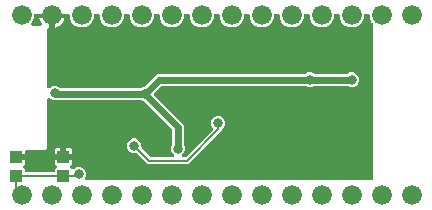
<source format=gbr>
G04 EAGLE Gerber RS-274X export*
G75*
%MOMM*%
%FSLAX34Y34*%
%LPD*%
%INTop Copper*%
%IPPOS*%
%AMOC8*
5,1,8,0,0,1.08239X$1,22.5*%
G01*
%ADD10R,1.000000X1.000000*%
%ADD11C,1.676400*%
%ADD12C,0.203200*%
%ADD13C,0.800100*%
%ADD14C,0.609600*%

G36*
X308728Y25416D02*
X308728Y25416D01*
X308847Y25423D01*
X308885Y25436D01*
X308926Y25441D01*
X309036Y25484D01*
X309149Y25521D01*
X309184Y25543D01*
X309221Y25558D01*
X309317Y25628D01*
X309418Y25691D01*
X309446Y25721D01*
X309479Y25744D01*
X309555Y25836D01*
X309636Y25923D01*
X309656Y25958D01*
X309681Y25989D01*
X309732Y26097D01*
X309790Y26201D01*
X309800Y26241D01*
X309817Y26277D01*
X309839Y26394D01*
X309869Y26509D01*
X309873Y26570D01*
X309877Y26590D01*
X309875Y26610D01*
X309879Y26670D01*
X309879Y157466D01*
X309867Y157565D01*
X309864Y157664D01*
X309847Y157722D01*
X309839Y157782D01*
X309803Y157874D01*
X309775Y157969D01*
X309745Y158021D01*
X309722Y158078D01*
X309664Y158158D01*
X309614Y158243D01*
X309548Y158318D01*
X309536Y158335D01*
X309526Y158343D01*
X309507Y158364D01*
X308671Y159201D01*
X307085Y163028D01*
X307085Y165100D01*
X307070Y165218D01*
X307063Y165337D01*
X307050Y165375D01*
X307045Y165416D01*
X307002Y165526D01*
X306965Y165639D01*
X306943Y165674D01*
X306928Y165711D01*
X306859Y165807D01*
X306795Y165908D01*
X306765Y165936D01*
X306742Y165969D01*
X306650Y166045D01*
X306563Y166126D01*
X306528Y166146D01*
X306497Y166171D01*
X306389Y166222D01*
X306285Y166280D01*
X306245Y166290D01*
X306209Y166307D01*
X306092Y166329D01*
X305977Y166359D01*
X305917Y166363D01*
X305897Y166367D01*
X305876Y166365D01*
X305816Y166369D01*
X303784Y166369D01*
X303666Y166354D01*
X303547Y166347D01*
X303509Y166334D01*
X303468Y166329D01*
X303358Y166286D01*
X303245Y166249D01*
X303210Y166227D01*
X303173Y166212D01*
X303077Y166143D01*
X302976Y166079D01*
X302948Y166049D01*
X302915Y166026D01*
X302839Y165934D01*
X302758Y165847D01*
X302738Y165812D01*
X302713Y165781D01*
X302662Y165673D01*
X302604Y165569D01*
X302594Y165529D01*
X302577Y165493D01*
X302555Y165376D01*
X302525Y165261D01*
X302521Y165201D01*
X302517Y165181D01*
X302519Y165160D01*
X302515Y165100D01*
X302515Y163028D01*
X300929Y159201D01*
X297999Y156271D01*
X294172Y154685D01*
X290028Y154685D01*
X286201Y156271D01*
X283271Y159201D01*
X281685Y163028D01*
X281685Y165100D01*
X281670Y165218D01*
X281663Y165337D01*
X281650Y165375D01*
X281645Y165416D01*
X281602Y165526D01*
X281565Y165639D01*
X281543Y165674D01*
X281528Y165711D01*
X281459Y165807D01*
X281395Y165908D01*
X281365Y165936D01*
X281342Y165969D01*
X281250Y166045D01*
X281163Y166126D01*
X281128Y166146D01*
X281097Y166171D01*
X280989Y166222D01*
X280885Y166280D01*
X280845Y166290D01*
X280809Y166307D01*
X280692Y166329D01*
X280577Y166359D01*
X280517Y166363D01*
X280497Y166367D01*
X280476Y166365D01*
X280416Y166369D01*
X278384Y166369D01*
X278266Y166354D01*
X278147Y166347D01*
X278109Y166334D01*
X278068Y166329D01*
X277958Y166286D01*
X277845Y166249D01*
X277810Y166227D01*
X277773Y166212D01*
X277677Y166143D01*
X277576Y166079D01*
X277548Y166049D01*
X277515Y166026D01*
X277439Y165934D01*
X277358Y165847D01*
X277338Y165812D01*
X277313Y165781D01*
X277262Y165673D01*
X277204Y165569D01*
X277194Y165529D01*
X277177Y165493D01*
X277155Y165376D01*
X277125Y165261D01*
X277121Y165201D01*
X277117Y165181D01*
X277119Y165160D01*
X277115Y165100D01*
X277115Y163028D01*
X275529Y159201D01*
X272599Y156271D01*
X268772Y154685D01*
X264628Y154685D01*
X260801Y156271D01*
X257871Y159201D01*
X256285Y163028D01*
X256285Y165100D01*
X256270Y165218D01*
X256263Y165337D01*
X256250Y165375D01*
X256245Y165416D01*
X256202Y165526D01*
X256165Y165639D01*
X256143Y165674D01*
X256128Y165711D01*
X256059Y165807D01*
X255995Y165908D01*
X255965Y165936D01*
X255942Y165969D01*
X255850Y166045D01*
X255763Y166126D01*
X255728Y166146D01*
X255697Y166171D01*
X255589Y166222D01*
X255485Y166280D01*
X255445Y166290D01*
X255409Y166307D01*
X255292Y166329D01*
X255177Y166359D01*
X255117Y166363D01*
X255097Y166367D01*
X255076Y166365D01*
X255016Y166369D01*
X252984Y166369D01*
X252866Y166354D01*
X252747Y166347D01*
X252709Y166334D01*
X252668Y166329D01*
X252558Y166286D01*
X252445Y166249D01*
X252410Y166227D01*
X252373Y166212D01*
X252277Y166143D01*
X252176Y166079D01*
X252148Y166049D01*
X252115Y166026D01*
X252039Y165934D01*
X251958Y165847D01*
X251938Y165812D01*
X251913Y165781D01*
X251862Y165673D01*
X251804Y165569D01*
X251794Y165529D01*
X251777Y165493D01*
X251755Y165376D01*
X251725Y165261D01*
X251721Y165201D01*
X251717Y165181D01*
X251719Y165160D01*
X251715Y165100D01*
X251715Y163028D01*
X250129Y159201D01*
X247199Y156271D01*
X243372Y154685D01*
X239228Y154685D01*
X235401Y156271D01*
X232471Y159201D01*
X230885Y163028D01*
X230885Y165100D01*
X230870Y165218D01*
X230863Y165337D01*
X230850Y165375D01*
X230845Y165416D01*
X230802Y165526D01*
X230765Y165639D01*
X230743Y165674D01*
X230728Y165711D01*
X230659Y165807D01*
X230595Y165908D01*
X230565Y165936D01*
X230542Y165969D01*
X230450Y166045D01*
X230363Y166126D01*
X230328Y166146D01*
X230297Y166171D01*
X230189Y166222D01*
X230085Y166280D01*
X230045Y166290D01*
X230009Y166307D01*
X229892Y166329D01*
X229777Y166359D01*
X229717Y166363D01*
X229697Y166367D01*
X229676Y166365D01*
X229616Y166369D01*
X227584Y166369D01*
X227466Y166354D01*
X227347Y166347D01*
X227309Y166334D01*
X227268Y166329D01*
X227158Y166286D01*
X227045Y166249D01*
X227010Y166227D01*
X226973Y166212D01*
X226877Y166143D01*
X226776Y166079D01*
X226748Y166049D01*
X226715Y166026D01*
X226639Y165934D01*
X226558Y165847D01*
X226538Y165812D01*
X226513Y165781D01*
X226462Y165673D01*
X226404Y165569D01*
X226394Y165529D01*
X226377Y165493D01*
X226355Y165376D01*
X226325Y165261D01*
X226321Y165201D01*
X226317Y165181D01*
X226319Y165160D01*
X226315Y165100D01*
X226315Y163028D01*
X224729Y159201D01*
X221799Y156271D01*
X217972Y154685D01*
X213828Y154685D01*
X210001Y156271D01*
X207071Y159201D01*
X205485Y163028D01*
X205485Y165100D01*
X205470Y165218D01*
X205463Y165337D01*
X205450Y165375D01*
X205445Y165416D01*
X205402Y165526D01*
X205365Y165639D01*
X205343Y165674D01*
X205328Y165711D01*
X205259Y165807D01*
X205195Y165908D01*
X205165Y165936D01*
X205142Y165969D01*
X205050Y166045D01*
X204963Y166126D01*
X204928Y166146D01*
X204897Y166171D01*
X204789Y166222D01*
X204685Y166280D01*
X204645Y166290D01*
X204609Y166307D01*
X204492Y166329D01*
X204377Y166359D01*
X204317Y166363D01*
X204297Y166367D01*
X204276Y166365D01*
X204216Y166369D01*
X202184Y166369D01*
X202066Y166354D01*
X201947Y166347D01*
X201909Y166334D01*
X201868Y166329D01*
X201758Y166286D01*
X201645Y166249D01*
X201610Y166227D01*
X201573Y166212D01*
X201477Y166143D01*
X201376Y166079D01*
X201348Y166049D01*
X201315Y166026D01*
X201239Y165934D01*
X201158Y165847D01*
X201138Y165812D01*
X201113Y165781D01*
X201062Y165673D01*
X201004Y165569D01*
X200994Y165529D01*
X200977Y165493D01*
X200955Y165376D01*
X200925Y165261D01*
X200921Y165201D01*
X200917Y165181D01*
X200919Y165160D01*
X200915Y165100D01*
X200915Y163028D01*
X199329Y159201D01*
X196399Y156271D01*
X192572Y154685D01*
X188428Y154685D01*
X184601Y156271D01*
X181671Y159201D01*
X180085Y163028D01*
X180085Y165100D01*
X180070Y165218D01*
X180063Y165337D01*
X180050Y165375D01*
X180045Y165416D01*
X180002Y165526D01*
X179965Y165639D01*
X179943Y165674D01*
X179928Y165711D01*
X179859Y165807D01*
X179795Y165908D01*
X179765Y165936D01*
X179742Y165969D01*
X179650Y166045D01*
X179563Y166126D01*
X179528Y166146D01*
X179497Y166171D01*
X179389Y166222D01*
X179285Y166280D01*
X179245Y166290D01*
X179209Y166307D01*
X179092Y166329D01*
X178977Y166359D01*
X178917Y166363D01*
X178897Y166367D01*
X178876Y166365D01*
X178816Y166369D01*
X176784Y166369D01*
X176666Y166354D01*
X176547Y166347D01*
X176509Y166334D01*
X176468Y166329D01*
X176358Y166286D01*
X176245Y166249D01*
X176210Y166227D01*
X176173Y166212D01*
X176077Y166143D01*
X175976Y166079D01*
X175948Y166049D01*
X175915Y166026D01*
X175839Y165934D01*
X175758Y165847D01*
X175738Y165812D01*
X175713Y165781D01*
X175662Y165673D01*
X175604Y165569D01*
X175594Y165529D01*
X175577Y165493D01*
X175555Y165376D01*
X175525Y165261D01*
X175521Y165201D01*
X175517Y165181D01*
X175519Y165160D01*
X175515Y165100D01*
X175515Y163028D01*
X173929Y159201D01*
X170999Y156271D01*
X167172Y154685D01*
X163028Y154685D01*
X159201Y156271D01*
X156271Y159201D01*
X154685Y163028D01*
X154685Y165100D01*
X154670Y165218D01*
X154663Y165337D01*
X154650Y165375D01*
X154645Y165416D01*
X154602Y165526D01*
X154565Y165639D01*
X154543Y165674D01*
X154528Y165711D01*
X154459Y165807D01*
X154395Y165908D01*
X154365Y165936D01*
X154342Y165969D01*
X154250Y166045D01*
X154163Y166126D01*
X154128Y166146D01*
X154097Y166171D01*
X153989Y166222D01*
X153885Y166280D01*
X153845Y166290D01*
X153809Y166307D01*
X153692Y166329D01*
X153577Y166359D01*
X153517Y166363D01*
X153497Y166367D01*
X153476Y166365D01*
X153416Y166369D01*
X151384Y166369D01*
X151266Y166354D01*
X151147Y166347D01*
X151109Y166334D01*
X151068Y166329D01*
X150958Y166286D01*
X150845Y166249D01*
X150810Y166227D01*
X150773Y166212D01*
X150677Y166143D01*
X150576Y166079D01*
X150548Y166049D01*
X150515Y166026D01*
X150439Y165934D01*
X150358Y165847D01*
X150338Y165812D01*
X150313Y165781D01*
X150262Y165673D01*
X150204Y165569D01*
X150194Y165529D01*
X150177Y165493D01*
X150155Y165376D01*
X150125Y165261D01*
X150121Y165201D01*
X150117Y165181D01*
X150119Y165160D01*
X150115Y165100D01*
X150115Y163028D01*
X148529Y159201D01*
X145599Y156271D01*
X141772Y154685D01*
X137628Y154685D01*
X133801Y156271D01*
X130871Y159201D01*
X129285Y163028D01*
X129285Y165100D01*
X129270Y165218D01*
X129263Y165337D01*
X129250Y165375D01*
X129245Y165416D01*
X129202Y165526D01*
X129165Y165639D01*
X129143Y165674D01*
X129128Y165711D01*
X129059Y165807D01*
X128995Y165908D01*
X128965Y165936D01*
X128942Y165969D01*
X128850Y166045D01*
X128763Y166126D01*
X128728Y166146D01*
X128697Y166171D01*
X128589Y166222D01*
X128485Y166280D01*
X128445Y166290D01*
X128409Y166307D01*
X128292Y166329D01*
X128177Y166359D01*
X128117Y166363D01*
X128097Y166367D01*
X128076Y166365D01*
X128016Y166369D01*
X125984Y166369D01*
X125866Y166354D01*
X125747Y166347D01*
X125709Y166334D01*
X125668Y166329D01*
X125558Y166286D01*
X125445Y166249D01*
X125410Y166227D01*
X125373Y166212D01*
X125277Y166143D01*
X125176Y166079D01*
X125148Y166049D01*
X125115Y166026D01*
X125039Y165934D01*
X124958Y165847D01*
X124938Y165812D01*
X124913Y165781D01*
X124862Y165673D01*
X124804Y165569D01*
X124794Y165529D01*
X124777Y165493D01*
X124755Y165376D01*
X124725Y165261D01*
X124721Y165201D01*
X124717Y165181D01*
X124719Y165160D01*
X124715Y165100D01*
X124715Y163028D01*
X123129Y159201D01*
X120199Y156271D01*
X116372Y154685D01*
X112228Y154685D01*
X108401Y156271D01*
X105471Y159201D01*
X103885Y163028D01*
X103885Y165100D01*
X103870Y165218D01*
X103863Y165337D01*
X103850Y165375D01*
X103845Y165416D01*
X103802Y165526D01*
X103765Y165639D01*
X103743Y165674D01*
X103728Y165711D01*
X103659Y165807D01*
X103595Y165908D01*
X103565Y165936D01*
X103542Y165969D01*
X103450Y166045D01*
X103363Y166126D01*
X103328Y166146D01*
X103297Y166171D01*
X103189Y166222D01*
X103085Y166280D01*
X103045Y166290D01*
X103009Y166307D01*
X102892Y166329D01*
X102777Y166359D01*
X102717Y166363D01*
X102697Y166367D01*
X102676Y166365D01*
X102616Y166369D01*
X100584Y166369D01*
X100466Y166354D01*
X100347Y166347D01*
X100309Y166334D01*
X100268Y166329D01*
X100158Y166286D01*
X100045Y166249D01*
X100010Y166227D01*
X99973Y166212D01*
X99877Y166143D01*
X99776Y166079D01*
X99748Y166049D01*
X99715Y166026D01*
X99639Y165934D01*
X99558Y165847D01*
X99538Y165812D01*
X99513Y165781D01*
X99462Y165673D01*
X99404Y165569D01*
X99394Y165529D01*
X99377Y165493D01*
X99355Y165376D01*
X99325Y165261D01*
X99321Y165201D01*
X99317Y165181D01*
X99319Y165160D01*
X99315Y165100D01*
X99315Y163028D01*
X97729Y159201D01*
X94799Y156271D01*
X90972Y154685D01*
X86828Y154685D01*
X83001Y156271D01*
X80071Y159201D01*
X78485Y163028D01*
X78485Y165100D01*
X78470Y165218D01*
X78463Y165337D01*
X78450Y165375D01*
X78445Y165416D01*
X78402Y165526D01*
X78365Y165639D01*
X78343Y165674D01*
X78328Y165711D01*
X78259Y165807D01*
X78195Y165908D01*
X78165Y165936D01*
X78142Y165969D01*
X78050Y166045D01*
X77963Y166126D01*
X77928Y166146D01*
X77897Y166171D01*
X77789Y166222D01*
X77685Y166280D01*
X77645Y166290D01*
X77609Y166307D01*
X77492Y166329D01*
X77377Y166359D01*
X77317Y166363D01*
X77297Y166367D01*
X77276Y166365D01*
X77216Y166369D01*
X75184Y166369D01*
X75066Y166354D01*
X74947Y166347D01*
X74909Y166334D01*
X74868Y166329D01*
X74758Y166286D01*
X74645Y166249D01*
X74610Y166227D01*
X74573Y166212D01*
X74477Y166143D01*
X74376Y166079D01*
X74348Y166049D01*
X74315Y166026D01*
X74239Y165934D01*
X74158Y165847D01*
X74138Y165812D01*
X74113Y165781D01*
X74062Y165673D01*
X74004Y165569D01*
X73994Y165529D01*
X73977Y165493D01*
X73955Y165376D01*
X73925Y165261D01*
X73921Y165201D01*
X73917Y165181D01*
X73919Y165160D01*
X73915Y165100D01*
X73915Y163028D01*
X72329Y159201D01*
X69399Y156271D01*
X65572Y154685D01*
X61428Y154685D01*
X57601Y156271D01*
X54671Y159201D01*
X53085Y163028D01*
X53085Y165100D01*
X53070Y165218D01*
X53063Y165337D01*
X53050Y165375D01*
X53045Y165416D01*
X53002Y165526D01*
X52965Y165639D01*
X52943Y165674D01*
X52928Y165711D01*
X52859Y165807D01*
X52795Y165908D01*
X52765Y165936D01*
X52742Y165969D01*
X52650Y166045D01*
X52563Y166126D01*
X52528Y166146D01*
X52497Y166171D01*
X52389Y166222D01*
X52285Y166280D01*
X52245Y166290D01*
X52209Y166307D01*
X52092Y166329D01*
X51977Y166359D01*
X51917Y166363D01*
X51897Y166367D01*
X51876Y166365D01*
X51816Y166369D01*
X39330Y166369D01*
X39212Y166354D01*
X39093Y166347D01*
X39055Y166334D01*
X39015Y166329D01*
X38904Y166286D01*
X38791Y166249D01*
X38757Y166227D01*
X38719Y166212D01*
X38623Y166143D01*
X38522Y166079D01*
X38494Y166049D01*
X38462Y166026D01*
X38386Y165934D01*
X38304Y165847D01*
X38285Y165812D01*
X38259Y165781D01*
X38208Y165673D01*
X38151Y165569D01*
X38141Y165529D01*
X38123Y165493D01*
X38103Y165386D01*
X38099Y165416D01*
X38055Y165526D01*
X38019Y165639D01*
X37997Y165674D01*
X37982Y165711D01*
X37912Y165807D01*
X37849Y165908D01*
X37819Y165936D01*
X37795Y165969D01*
X37704Y166045D01*
X37617Y166126D01*
X37582Y166146D01*
X37550Y166171D01*
X37443Y166222D01*
X37338Y166280D01*
X37299Y166290D01*
X37263Y166307D01*
X37146Y166329D01*
X37030Y166359D01*
X36970Y166363D01*
X36950Y166367D01*
X36930Y166365D01*
X36870Y166369D01*
X24384Y166369D01*
X24266Y166354D01*
X24147Y166347D01*
X24109Y166334D01*
X24068Y166329D01*
X23958Y166286D01*
X23845Y166249D01*
X23810Y166227D01*
X23773Y166212D01*
X23677Y166143D01*
X23576Y166079D01*
X23548Y166049D01*
X23515Y166026D01*
X23439Y165934D01*
X23358Y165847D01*
X23338Y165812D01*
X23313Y165781D01*
X23262Y165673D01*
X23204Y165569D01*
X23194Y165529D01*
X23177Y165493D01*
X23155Y165376D01*
X23125Y165261D01*
X23121Y165201D01*
X23117Y165181D01*
X23119Y165160D01*
X23115Y165100D01*
X23115Y163028D01*
X21529Y159201D01*
X20706Y158377D01*
X20621Y158268D01*
X20532Y158161D01*
X20524Y158142D01*
X20511Y158126D01*
X20456Y157999D01*
X20397Y157873D01*
X20393Y157853D01*
X20385Y157834D01*
X20363Y157696D01*
X20337Y157560D01*
X20338Y157540D01*
X20335Y157520D01*
X20348Y157381D01*
X20357Y157243D01*
X20363Y157224D01*
X20365Y157204D01*
X20412Y157072D01*
X20455Y156941D01*
X20466Y156923D01*
X20472Y156904D01*
X20550Y156789D01*
X20625Y156672D01*
X20640Y156658D01*
X20651Y156641D01*
X20755Y156549D01*
X20856Y156454D01*
X20874Y156444D01*
X20889Y156431D01*
X21013Y156368D01*
X21135Y156300D01*
X21155Y156295D01*
X21173Y156286D01*
X21308Y156256D01*
X21443Y156221D01*
X21471Y156219D01*
X21483Y156216D01*
X21503Y156217D01*
X21604Y156211D01*
X28566Y156211D01*
X28606Y156216D01*
X28645Y156213D01*
X28763Y156236D01*
X28882Y156251D01*
X28919Y156265D01*
X28958Y156273D01*
X29066Y156324D01*
X29177Y156368D01*
X29210Y156391D01*
X29246Y156408D01*
X29338Y156484D01*
X29435Y156554D01*
X29460Y156585D01*
X29491Y156610D01*
X29561Y156707D01*
X29638Y156799D01*
X29654Y156835D01*
X29678Y156868D01*
X29722Y156979D01*
X29773Y157087D01*
X29781Y157126D01*
X29795Y157163D01*
X29810Y157282D01*
X29833Y157399D01*
X29830Y157439D01*
X29835Y157479D01*
X29821Y157598D01*
X29813Y157717D01*
X29801Y157755D01*
X29796Y157794D01*
X29752Y157906D01*
X29715Y158019D01*
X29694Y158053D01*
X29679Y158090D01*
X29593Y158226D01*
X28758Y159375D01*
X27977Y160907D01*
X27446Y162542D01*
X27437Y162601D01*
X35601Y162601D01*
X35601Y154423D01*
X35541Y154419D01*
X35441Y154422D01*
X35383Y154409D01*
X35323Y154405D01*
X35228Y154374D01*
X35130Y154353D01*
X35077Y154326D01*
X35021Y154307D01*
X34936Y154254D01*
X34847Y154208D01*
X34802Y154169D01*
X34752Y154137D01*
X34683Y154064D01*
X34608Y153998D01*
X34575Y153949D01*
X34534Y153905D01*
X34486Y153818D01*
X34429Y153735D01*
X34409Y153679D01*
X34380Y153627D01*
X34355Y153530D01*
X34321Y153436D01*
X34316Y153377D01*
X34301Y153319D01*
X34291Y153158D01*
X34291Y104307D01*
X34308Y104169D01*
X34321Y104031D01*
X34328Y104012D01*
X34331Y103992D01*
X34382Y103863D01*
X34429Y103732D01*
X34440Y103715D01*
X34448Y103696D01*
X34529Y103584D01*
X34607Y103468D01*
X34623Y103455D01*
X34634Y103439D01*
X34742Y103350D01*
X34846Y103258D01*
X34864Y103249D01*
X34879Y103236D01*
X35005Y103177D01*
X35129Y103113D01*
X35149Y103109D01*
X35167Y103100D01*
X35304Y103074D01*
X35439Y103044D01*
X35460Y103044D01*
X35479Y103041D01*
X35618Y103049D01*
X35757Y103053D01*
X35777Y103059D01*
X35797Y103060D01*
X35929Y103103D01*
X36063Y103142D01*
X36080Y103152D01*
X36099Y103158D01*
X36217Y103233D01*
X36337Y103303D01*
X36358Y103322D01*
X36368Y103328D01*
X36382Y103343D01*
X36457Y103410D01*
X37222Y104175D01*
X39440Y105093D01*
X41840Y105093D01*
X44058Y104175D01*
X44752Y103480D01*
X44830Y103420D01*
X44902Y103352D01*
X44955Y103322D01*
X45003Y103285D01*
X45094Y103246D01*
X45181Y103198D01*
X45239Y103183D01*
X45295Y103159D01*
X45393Y103143D01*
X45489Y103119D01*
X45589Y103112D01*
X45609Y103109D01*
X45622Y103110D01*
X45650Y103108D01*
X112592Y103108D01*
X112691Y103121D01*
X112790Y103124D01*
X112848Y103141D01*
X112908Y103148D01*
X113000Y103185D01*
X113095Y103212D01*
X113147Y103243D01*
X113204Y103265D01*
X113284Y103323D01*
X113369Y103374D01*
X113405Y103406D01*
X115544Y104292D01*
X115552Y104296D01*
X115561Y104299D01*
X115691Y104375D01*
X115820Y104449D01*
X115827Y104456D01*
X115835Y104460D01*
X115956Y104567D01*
X126187Y114797D01*
X128054Y115571D01*
X252788Y115571D01*
X252797Y115572D01*
X252806Y115571D01*
X252955Y115592D01*
X253103Y115611D01*
X253112Y115614D01*
X253121Y115615D01*
X253274Y115667D01*
X255340Y116523D01*
X257740Y116523D01*
X259806Y115667D01*
X259815Y115665D01*
X259823Y115660D01*
X259969Y115623D01*
X260113Y115583D01*
X260122Y115583D01*
X260131Y115581D01*
X260292Y115571D01*
X288348Y115571D01*
X288357Y115572D01*
X288366Y115571D01*
X288515Y115592D01*
X288663Y115611D01*
X288672Y115614D01*
X288681Y115615D01*
X288834Y115667D01*
X290900Y116523D01*
X293300Y116523D01*
X295518Y115605D01*
X297215Y113908D01*
X298133Y111690D01*
X298133Y109290D01*
X297215Y107072D01*
X295518Y105375D01*
X293300Y104457D01*
X290900Y104457D01*
X288834Y105313D01*
X288825Y105315D01*
X288817Y105320D01*
X288671Y105357D01*
X288527Y105397D01*
X288518Y105397D01*
X288509Y105399D01*
X288348Y105409D01*
X260292Y105409D01*
X260283Y105408D01*
X260274Y105409D01*
X260125Y105388D01*
X259977Y105369D01*
X259968Y105366D01*
X259959Y105365D01*
X259806Y105313D01*
X257740Y104457D01*
X255340Y104457D01*
X253274Y105313D01*
X253265Y105315D01*
X253257Y105320D01*
X253111Y105357D01*
X252967Y105397D01*
X252958Y105397D01*
X252949Y105399D01*
X252788Y105409D01*
X131695Y105409D01*
X131597Y105397D01*
X131498Y105394D01*
X131439Y105377D01*
X131379Y105369D01*
X131287Y105333D01*
X131192Y105305D01*
X131140Y105275D01*
X131084Y105252D01*
X131004Y105194D01*
X130918Y105144D01*
X130843Y105078D01*
X130826Y105066D01*
X130818Y105056D01*
X130797Y105038D01*
X124939Y99179D01*
X124866Y99085D01*
X124787Y98996D01*
X124769Y98960D01*
X124744Y98928D01*
X124697Y98819D01*
X124643Y98713D01*
X124634Y98673D01*
X124618Y98636D01*
X124599Y98518D01*
X124573Y98402D01*
X124574Y98362D01*
X124568Y98322D01*
X124579Y98203D01*
X124583Y98085D01*
X124594Y98046D01*
X124598Y98005D01*
X124638Y97893D01*
X124671Y97779D01*
X124692Y97744D01*
X124705Y97706D01*
X124772Y97608D01*
X124833Y97505D01*
X124872Y97460D01*
X124884Y97443D01*
X124899Y97430D01*
X124939Y97384D01*
X149087Y73236D01*
X149861Y71369D01*
X149861Y55822D01*
X149862Y55813D01*
X149861Y55804D01*
X149881Y55663D01*
X149883Y55626D01*
X149887Y55613D01*
X149901Y55507D01*
X149904Y55498D01*
X149905Y55489D01*
X149957Y55336D01*
X150813Y53270D01*
X150813Y50870D01*
X149895Y48652D01*
X148368Y47125D01*
X148282Y47016D01*
X148194Y46909D01*
X148185Y46890D01*
X148173Y46874D01*
X148117Y46746D01*
X148058Y46621D01*
X148055Y46601D01*
X148046Y46582D01*
X148025Y46444D01*
X147999Y46308D01*
X148000Y46288D01*
X147997Y46268D01*
X148010Y46129D01*
X148018Y45991D01*
X148025Y45972D01*
X148026Y45952D01*
X148074Y45820D01*
X148116Y45689D01*
X148127Y45671D01*
X148134Y45652D01*
X148212Y45537D01*
X148286Y45420D01*
X148301Y45406D01*
X148313Y45389D01*
X148417Y45297D01*
X148518Y45202D01*
X148536Y45192D01*
X148551Y45179D01*
X148675Y45115D01*
X148797Y45048D01*
X148816Y45043D01*
X148834Y45034D01*
X148970Y45004D01*
X149105Y44969D01*
X149133Y44967D01*
X149145Y44964D01*
X149165Y44965D01*
X149265Y44959D01*
X150611Y44959D01*
X150710Y44971D01*
X150809Y44974D01*
X150867Y44991D01*
X150927Y44999D01*
X151019Y45035D01*
X151114Y45063D01*
X151166Y45093D01*
X151223Y45116D01*
X151303Y45174D01*
X151388Y45224D01*
X151463Y45290D01*
X151480Y45302D01*
X151488Y45312D01*
X151509Y45330D01*
X174291Y68112D01*
X174364Y68206D01*
X174442Y68295D01*
X174461Y68331D01*
X174486Y68363D01*
X174533Y68473D01*
X174587Y68579D01*
X174596Y68618D01*
X174612Y68655D01*
X174631Y68773D01*
X174657Y68889D01*
X174655Y68929D01*
X174662Y68969D01*
X174651Y69088D01*
X174647Y69207D01*
X174636Y69246D01*
X174632Y69286D01*
X174592Y69398D01*
X174559Y69512D01*
X174538Y69547D01*
X174524Y69585D01*
X174457Y69684D01*
X174397Y69786D01*
X174357Y69832D01*
X174346Y69848D01*
X174330Y69862D01*
X174291Y69907D01*
X173955Y70242D01*
X173037Y72460D01*
X173037Y74860D01*
X173955Y77078D01*
X175652Y78775D01*
X177870Y79693D01*
X180270Y79693D01*
X182488Y78775D01*
X184185Y77078D01*
X185103Y74860D01*
X185103Y72460D01*
X184185Y70242D01*
X182490Y68548D01*
X182430Y68470D01*
X182362Y68398D01*
X182333Y68345D01*
X182296Y68297D01*
X182256Y68206D01*
X182208Y68119D01*
X182193Y68061D01*
X182169Y68005D01*
X182154Y67907D01*
X182129Y67811D01*
X182123Y67711D01*
X182119Y67691D01*
X182121Y67679D01*
X182119Y67651D01*
X182119Y67317D01*
X153663Y38861D01*
X119387Y38861D01*
X110043Y48205D01*
X109965Y48266D01*
X109893Y48334D01*
X109840Y48363D01*
X109792Y48400D01*
X109701Y48439D01*
X109615Y48487D01*
X109556Y48502D01*
X109500Y48526D01*
X109402Y48542D01*
X109307Y48567D01*
X109207Y48573D01*
X109186Y48576D01*
X109174Y48575D01*
X109146Y48577D01*
X106750Y48577D01*
X104532Y49495D01*
X102835Y51192D01*
X101917Y53410D01*
X101917Y55810D01*
X102835Y58028D01*
X104532Y59725D01*
X106750Y60643D01*
X109150Y60643D01*
X111368Y59725D01*
X113065Y58028D01*
X113983Y55810D01*
X113983Y53414D01*
X113996Y53316D01*
X113999Y53217D01*
X114015Y53159D01*
X114023Y53099D01*
X114060Y53006D01*
X114087Y52911D01*
X114118Y52859D01*
X114140Y52803D01*
X114198Y52723D01*
X114249Y52637D01*
X114315Y52562D01*
X114327Y52546D01*
X114336Y52538D01*
X114355Y52517D01*
X121541Y45330D01*
X121619Y45270D01*
X121691Y45202D01*
X121744Y45173D01*
X121792Y45136D01*
X121883Y45096D01*
X121970Y45048D01*
X122029Y45033D01*
X122084Y45009D01*
X122182Y44994D01*
X122278Y44969D01*
X122378Y44963D01*
X122398Y44959D01*
X122411Y44961D01*
X122439Y44959D01*
X140295Y44959D01*
X140432Y44976D01*
X140571Y44989D01*
X140590Y44996D01*
X140610Y44999D01*
X140739Y45050D01*
X140870Y45097D01*
X140887Y45108D01*
X140906Y45116D01*
X141018Y45197D01*
X141134Y45275D01*
X141147Y45291D01*
X141163Y45302D01*
X141252Y45410D01*
X141344Y45514D01*
X141353Y45532D01*
X141366Y45547D01*
X141425Y45673D01*
X141489Y45797D01*
X141493Y45817D01*
X141502Y45835D01*
X141528Y45972D01*
X141558Y46107D01*
X141558Y46128D01*
X141561Y46147D01*
X141553Y46286D01*
X141549Y46425D01*
X141543Y46445D01*
X141542Y46465D01*
X141499Y46597D01*
X141460Y46731D01*
X141450Y46748D01*
X141444Y46767D01*
X141369Y46885D01*
X141299Y47005D01*
X141280Y47026D01*
X141274Y47036D01*
X141259Y47050D01*
X141192Y47125D01*
X139665Y48652D01*
X138747Y50870D01*
X138747Y53270D01*
X139603Y55336D01*
X139605Y55345D01*
X139610Y55353D01*
X139647Y55499D01*
X139687Y55643D01*
X139687Y55652D01*
X139689Y55661D01*
X139699Y55822D01*
X139699Y67728D01*
X139687Y67826D01*
X139684Y67925D01*
X139667Y67983D01*
X139659Y68043D01*
X139623Y68135D01*
X139595Y68230D01*
X139565Y68283D01*
X139542Y68339D01*
X139484Y68419D01*
X139434Y68504D01*
X139368Y68580D01*
X139356Y68596D01*
X139346Y68604D01*
X139328Y68625D01*
X115901Y92052D01*
X115893Y92058D01*
X115887Y92065D01*
X115768Y92155D01*
X115649Y92247D01*
X115641Y92251D01*
X115633Y92256D01*
X115489Y92327D01*
X114226Y92850D01*
X114217Y92853D01*
X114209Y92857D01*
X114064Y92895D01*
X113919Y92934D01*
X113910Y92934D01*
X113901Y92937D01*
X113740Y92947D01*
X40647Y92947D01*
X40540Y92975D01*
X40396Y93014D01*
X40386Y93014D01*
X40377Y93017D01*
X40217Y93027D01*
X39440Y93027D01*
X37222Y93945D01*
X36457Y94710D01*
X36348Y94795D01*
X36241Y94884D01*
X36222Y94893D01*
X36206Y94905D01*
X36078Y94961D01*
X35953Y95020D01*
X35933Y95023D01*
X35914Y95032D01*
X35776Y95053D01*
X35640Y95079D01*
X35620Y95078D01*
X35600Y95081D01*
X35461Y95068D01*
X35323Y95060D01*
X35304Y95053D01*
X35284Y95052D01*
X35152Y95004D01*
X35021Y94962D01*
X35003Y94951D01*
X34984Y94944D01*
X34869Y94866D01*
X34752Y94792D01*
X34738Y94777D01*
X34721Y94765D01*
X34629Y94661D01*
X34534Y94560D01*
X34524Y94542D01*
X34511Y94527D01*
X34448Y94403D01*
X34380Y94281D01*
X34375Y94262D01*
X34366Y94244D01*
X34336Y94108D01*
X34301Y93973D01*
X34299Y93945D01*
X34296Y93933D01*
X34297Y93913D01*
X34291Y93813D01*
X34291Y52288D01*
X32802Y50799D01*
X16750Y50799D01*
X16632Y50784D01*
X16513Y50777D01*
X16475Y50764D01*
X16434Y50759D01*
X16324Y50716D01*
X16211Y50679D01*
X16176Y50657D01*
X16139Y50642D01*
X16043Y50573D01*
X15942Y50509D01*
X15914Y50479D01*
X15881Y50456D01*
X15805Y50364D01*
X15724Y50277D01*
X15704Y50242D01*
X15679Y50211D01*
X15628Y50103D01*
X15570Y49999D01*
X15560Y49959D01*
X15543Y49923D01*
X15521Y49806D01*
X15491Y49691D01*
X15487Y49631D01*
X15483Y49611D01*
X15484Y49600D01*
X15483Y49597D01*
X15484Y49584D01*
X15481Y49530D01*
X15481Y47329D01*
X9170Y47329D01*
X9052Y47314D01*
X8933Y47307D01*
X8895Y47294D01*
X8855Y47289D01*
X8744Y47246D01*
X8631Y47209D01*
X8597Y47187D01*
X8559Y47172D01*
X8463Y47103D01*
X8362Y47039D01*
X8334Y47009D01*
X8302Y46986D01*
X8226Y46894D01*
X8144Y46807D01*
X8125Y46772D01*
X8099Y46741D01*
X8048Y46633D01*
X7991Y46529D01*
X7981Y46489D01*
X7963Y46453D01*
X7941Y46336D01*
X7911Y46221D01*
X7907Y46161D01*
X7904Y46141D01*
X7905Y46120D01*
X7901Y46060D01*
X7901Y43600D01*
X7916Y43482D01*
X7923Y43363D01*
X7936Y43325D01*
X7941Y43284D01*
X7985Y43174D01*
X8021Y43061D01*
X8043Y43026D01*
X8058Y42989D01*
X8128Y42892D01*
X8191Y42792D01*
X8221Y42764D01*
X8245Y42731D01*
X8336Y42655D01*
X8423Y42574D01*
X8458Y42554D01*
X8490Y42529D01*
X8597Y42478D01*
X8702Y42420D01*
X8741Y42410D01*
X8777Y42393D01*
X8894Y42371D01*
X9010Y42341D01*
X9070Y42337D01*
X9090Y42333D01*
X9110Y42335D01*
X9170Y42331D01*
X15481Y42331D01*
X15481Y39496D01*
X15308Y38849D01*
X14973Y38270D01*
X14500Y37797D01*
X14251Y37653D01*
X14151Y37577D01*
X14047Y37507D01*
X14025Y37481D01*
X13998Y37461D01*
X13920Y37362D01*
X13836Y37268D01*
X13821Y37238D01*
X13800Y37212D01*
X13749Y37097D01*
X13692Y36985D01*
X13684Y36952D01*
X13671Y36921D01*
X13650Y36797D01*
X13622Y36675D01*
X13623Y36641D01*
X13618Y36608D01*
X13628Y36482D01*
X13632Y36357D01*
X13641Y36324D01*
X13644Y36291D01*
X13685Y36172D01*
X13720Y36051D01*
X13737Y36022D01*
X13748Y35990D01*
X13818Y35886D01*
X13882Y35777D01*
X13914Y35741D01*
X13924Y35725D01*
X13940Y35711D01*
X13988Y35656D01*
X14973Y34672D01*
X14973Y33148D01*
X14988Y33030D01*
X14995Y32911D01*
X15008Y32873D01*
X15013Y32832D01*
X15056Y32722D01*
X15093Y32609D01*
X15115Y32574D01*
X15130Y32537D01*
X15199Y32441D01*
X15263Y32340D01*
X15293Y32312D01*
X15316Y32279D01*
X15408Y32203D01*
X15495Y32122D01*
X15530Y32102D01*
X15561Y32077D01*
X15669Y32026D01*
X15773Y31968D01*
X15813Y31958D01*
X15849Y31941D01*
X15966Y31919D01*
X16081Y31889D01*
X16141Y31885D01*
X16161Y31881D01*
X16182Y31883D01*
X16242Y31879D01*
X39638Y31879D01*
X39756Y31894D01*
X39875Y31901D01*
X39913Y31914D01*
X39954Y31919D01*
X40064Y31962D01*
X40177Y31999D01*
X40212Y32021D01*
X40249Y32036D01*
X40345Y32105D01*
X40446Y32169D01*
X40474Y32199D01*
X40507Y32222D01*
X40583Y32314D01*
X40664Y32401D01*
X40684Y32436D01*
X40709Y32467D01*
X40760Y32575D01*
X40818Y32679D01*
X40828Y32719D01*
X40845Y32755D01*
X40867Y32872D01*
X40897Y32987D01*
X40901Y33047D01*
X40905Y33067D01*
X40903Y33088D01*
X40907Y33148D01*
X40907Y34672D01*
X41892Y35656D01*
X41969Y35756D01*
X42051Y35851D01*
X42066Y35881D01*
X42087Y35908D01*
X42137Y36023D01*
X42193Y36136D01*
X42200Y36169D01*
X42213Y36200D01*
X42233Y36324D01*
X42259Y36447D01*
X42258Y36480D01*
X42263Y36514D01*
X42251Y36639D01*
X42246Y36764D01*
X42236Y36797D01*
X42233Y36830D01*
X42191Y36949D01*
X42154Y37069D01*
X42137Y37098D01*
X42126Y37130D01*
X42055Y37234D01*
X41990Y37341D01*
X41966Y37365D01*
X41947Y37393D01*
X41853Y37476D01*
X41763Y37564D01*
X41722Y37591D01*
X41709Y37603D01*
X41689Y37613D01*
X41629Y37653D01*
X41380Y37797D01*
X40907Y38270D01*
X40572Y38849D01*
X40399Y39496D01*
X40399Y42331D01*
X46710Y42331D01*
X46828Y42346D01*
X46947Y42353D01*
X46985Y42365D01*
X47025Y42371D01*
X47136Y42414D01*
X47249Y42451D01*
X47283Y42473D01*
X47321Y42488D01*
X47417Y42557D01*
X47518Y42621D01*
X47546Y42651D01*
X47578Y42674D01*
X47654Y42766D01*
X47736Y42853D01*
X47755Y42888D01*
X47781Y42919D01*
X47832Y43027D01*
X47889Y43131D01*
X47899Y43171D01*
X47917Y43207D01*
X47937Y43314D01*
X47941Y43284D01*
X47985Y43174D01*
X48021Y43061D01*
X48043Y43026D01*
X48058Y42989D01*
X48128Y42892D01*
X48191Y42792D01*
X48221Y42764D01*
X48245Y42731D01*
X48336Y42655D01*
X48423Y42574D01*
X48458Y42554D01*
X48490Y42529D01*
X48597Y42478D01*
X48702Y42420D01*
X48741Y42410D01*
X48777Y42393D01*
X48894Y42371D01*
X49010Y42341D01*
X49070Y42337D01*
X49090Y42333D01*
X49110Y42335D01*
X49170Y42331D01*
X55481Y42331D01*
X55481Y39496D01*
X55308Y38849D01*
X54973Y38270D01*
X54500Y37797D01*
X54251Y37653D01*
X54151Y37577D01*
X54047Y37507D01*
X54025Y37481D01*
X53998Y37461D01*
X53920Y37362D01*
X53836Y37268D01*
X53821Y37238D01*
X53800Y37212D01*
X53749Y37097D01*
X53692Y36985D01*
X53684Y36952D01*
X53671Y36921D01*
X53650Y36797D01*
X53622Y36675D01*
X53623Y36641D01*
X53618Y36608D01*
X53628Y36482D01*
X53632Y36357D01*
X53641Y36324D01*
X53644Y36291D01*
X53685Y36172D01*
X53720Y36051D01*
X53737Y36022D01*
X53748Y35990D01*
X53818Y35886D01*
X53882Y35777D01*
X53914Y35741D01*
X53924Y35725D01*
X53940Y35711D01*
X53988Y35656D01*
X54899Y34746D01*
X54993Y34673D01*
X55082Y34594D01*
X55118Y34576D01*
X55150Y34551D01*
X55259Y34504D01*
X55365Y34450D01*
X55405Y34441D01*
X55442Y34425D01*
X55560Y34406D01*
X55676Y34380D01*
X55716Y34381D01*
X55756Y34375D01*
X55875Y34386D01*
X55993Y34390D01*
X56032Y34401D01*
X56073Y34405D01*
X56185Y34445D01*
X56299Y34478D01*
X56334Y34499D01*
X56372Y34512D01*
X56470Y34579D01*
X56573Y34640D01*
X56618Y34679D01*
X56635Y34691D01*
X56648Y34706D01*
X56694Y34746D01*
X57542Y35595D01*
X59760Y36513D01*
X62160Y36513D01*
X64378Y35595D01*
X66075Y33898D01*
X66993Y31680D01*
X66993Y29280D01*
X66113Y27156D01*
X66100Y27108D01*
X66079Y27063D01*
X66058Y26955D01*
X66029Y26849D01*
X66029Y26799D01*
X66019Y26751D01*
X66026Y26641D01*
X66024Y26531D01*
X66036Y26483D01*
X66039Y26433D01*
X66073Y26329D01*
X66099Y26222D01*
X66122Y26178D01*
X66137Y26131D01*
X66196Y26038D01*
X66247Y25941D01*
X66281Y25904D01*
X66307Y25862D01*
X66387Y25787D01*
X66461Y25705D01*
X66503Y25678D01*
X66539Y25644D01*
X66635Y25591D01*
X66727Y25531D01*
X66774Y25514D01*
X66817Y25490D01*
X66924Y25463D01*
X67028Y25427D01*
X67077Y25423D01*
X67125Y25411D01*
X67286Y25401D01*
X308610Y25401D01*
X308728Y25416D01*
G37*
%LPC*%
G36*
X40599Y162601D02*
X40599Y162601D01*
X48763Y162601D01*
X48754Y162542D01*
X48223Y160907D01*
X47442Y159375D01*
X46431Y157984D01*
X45216Y156769D01*
X43825Y155758D01*
X42293Y154977D01*
X40658Y154446D01*
X40599Y154437D01*
X40599Y162601D01*
G37*
%LPD*%
%LPC*%
G36*
X50439Y47329D02*
X50439Y47329D01*
X50439Y52371D01*
X53274Y52371D01*
X53921Y52198D01*
X54500Y51863D01*
X54973Y51390D01*
X55308Y50811D01*
X55481Y50164D01*
X55481Y47329D01*
X50439Y47329D01*
G37*
%LPD*%
%LPC*%
G36*
X40399Y47329D02*
X40399Y47329D01*
X40399Y50164D01*
X40572Y50811D01*
X40907Y51390D01*
X41380Y51863D01*
X41959Y52198D01*
X42606Y52371D01*
X45441Y52371D01*
X45441Y47329D01*
X40399Y47329D01*
G37*
%LPD*%
D10*
X7940Y28830D03*
X7940Y44830D03*
X47940Y44830D03*
X47940Y28830D03*
D11*
X12700Y165100D03*
X38100Y165100D03*
X63500Y165100D03*
X88900Y165100D03*
X114300Y165100D03*
X139700Y165100D03*
X165100Y165100D03*
X190500Y165100D03*
X215900Y165100D03*
X241300Y165100D03*
X266700Y165100D03*
X292100Y165100D03*
X317500Y165100D03*
X342900Y165100D03*
X342900Y12700D03*
X317500Y12700D03*
X292100Y12700D03*
X266700Y12700D03*
X241300Y12700D03*
X215900Y12700D03*
X190500Y12700D03*
X165100Y12700D03*
X139700Y12700D03*
X114300Y12700D03*
X88900Y12700D03*
X63500Y12700D03*
X38100Y12700D03*
X12700Y12700D03*
D12*
X7940Y44830D02*
X47940Y44830D01*
D13*
X254000Y68580D03*
D12*
X12700Y12700D02*
X7940Y17460D01*
X7940Y28830D01*
X47940Y28830D01*
X48320Y29210D01*
X59690Y29210D02*
X60960Y30480D01*
X59690Y29210D02*
X48320Y29210D01*
D13*
X60960Y30480D03*
X107950Y54610D03*
X179070Y73660D03*
D12*
X179070Y68580D01*
X152400Y41910D01*
X120650Y41910D02*
X107950Y54610D01*
X120650Y41910D02*
X152400Y41910D01*
D13*
X256540Y110490D03*
D14*
X292100Y110490D01*
D13*
X292100Y110490D03*
D14*
X116856Y98282D02*
X116602Y98028D01*
X129065Y110490D02*
X256540Y110490D01*
X116856Y98282D02*
X116840Y98298D01*
X144780Y70358D02*
X144780Y52070D01*
D13*
X144780Y52070D03*
X40640Y99060D03*
D14*
X41672Y98028D01*
X116602Y98028D01*
D13*
X116840Y98298D03*
D14*
X116873Y98298D01*
X129065Y110490D01*
X116840Y98298D02*
X144780Y70358D01*
M02*

</source>
